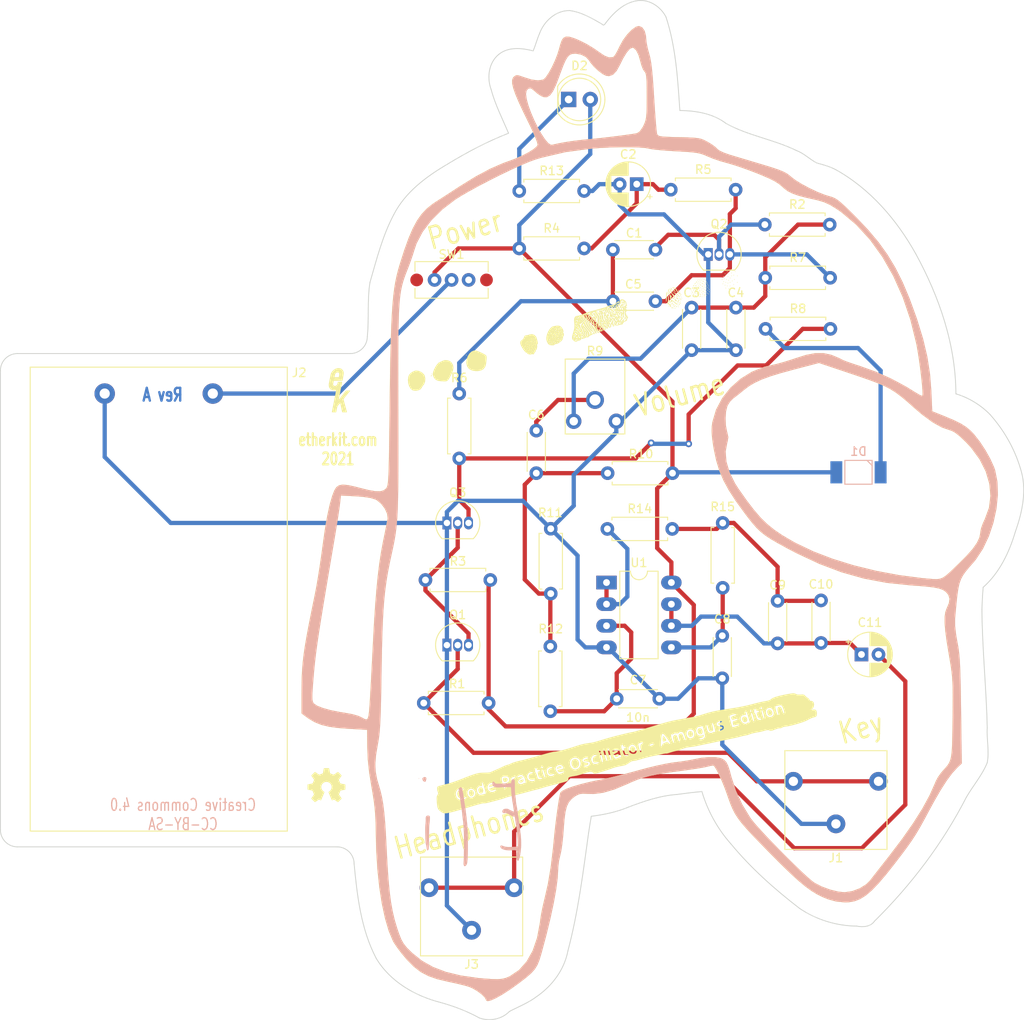
<source format=kicad_pcb>
(kicad_pcb (version 20171130) (host pcbnew 5.1.10-88a1d61d58~90~ubuntu20.04.1)
  (title_block (title "Twin-T Code Practice Oscillator - Amogus Edition") (date 2021-07-21) (rev A) (company Etherkit))
  (layers (0 F.Cu signal) (31 B.Cu signal) (34 B.Paste user) (35 F.Paste user) (36 B.SilkS user) (37 F.SilkS user) (38 B.Mask user) (39 F.Mask user) (44 Edge.Cuts user))
  (net 0 "")
  (net 1 "Net-(C1-Pad2)")
  (net 2 "Net-(C1-Pad1)")
  (net 3 GND)
  (net 4 "Net-(C2-Pad1)")
  (net 5 "Net-(C3-Pad1)")
  (net 6 "Net-(C5-Pad1)")
  (net 7 "Net-(C6-Pad2)")
  (net 8 "Net-(C6-Pad1)")
  (net 9 "Net-(C7-Pad1)")
  (net 10 "Net-(C8-Pad1)")
  (net 11 "Net-(C10-Pad2)")
  (net 12 "Net-(C10-Pad1)")
  (net 13 "Net-(C11-Pad2)")
  (net 14 VCC)
  (net 15 "Net-(D1-Pad1)")
  (net 16 "Net-(D2-Pad1)")
  (net 17 ~Key)
  (net 18 "Net-(J2-Pad1)")
  (net 19 "Net-(Q1-Pad3)")
  (net 20 "Net-(Q3-Pad3)")
  (net 21 "Net-(R14-Pad1)")
  (net 22 "Net-(SW1-Pad3)")
  (module EtherkitKicadLibrary:OSHWLogo4mm (layer F.Cu) (at 106.3 125.55)
    (fp_text reference G*** hide)
    (fp_text value LOGO hide)
  )
  (module EtherkitKicadLibrary:Eli_Amogus_Label (layer F.Cu) (at 141.4 121.8)
    (fp_text reference G*** hide)
    (fp_text value LOGO hide)
  )
  (module EtherkitKicadLibrary:Eli_Amogus_Sus_Morse (layer F.Cu) (at 135.05 72.2)
    (fp_text reference G*** hide)
    (fp_text value LOGO hide)
  )
  (module EtherkitKicadLibrary:EtherkitLogoSmall (layer F.Cu) (at 107.85 79.15)
    (fp_text reference Ref** hide)
    (fp_text value Val** hide)
  )
  (module EtherkitKicadLibrary:Eli_Amogus_Silkscreen (layer B.Cu) (at 138.85 89.2 180)
    (fp_text reference G*** hide)
    (fp_text value LOGO hide)
  )
  (module Package_DIP:DIP-8_W7.62mm_LongPads (layer F.Cu) (at 139.2 101.75)
    (fp_text reference U1 (at 3.81 -2.33) (layer F.SilkS))
    (fp_text value NE5532)
    (pad 8 thru_hole oval (at 7.62 0) (size 2.4 1.6) (drill 0.8) (layers *.Cu *.Mask) (net 14 VCC))
    (pad 4 thru_hole oval (at 0 7.62) (size 2.4 1.6) (drill 0.8) (layers *.Cu *.Mask) (net 3 GND))
    (pad 7 thru_hole oval (at 7.62 2.54) (size 2.4 1.6) (drill 0.8) (layers *.Cu *.Mask) (net 12 "Net-(C10-Pad1)"))
    (pad 3 thru_hole oval (at 0 5.08) (size 2.4 1.6) (drill 0.8) (layers *.Cu *.Mask) (net 9 "Net-(C7-Pad1)"))
    (pad 6 thru_hole oval (at 7.62 5.08) (size 2.4 1.6) (drill 0.8) (layers *.Cu *.Mask) (net 12 "Net-(C10-Pad1)"))
    (pad 2 thru_hole oval (at 0 2.54) (size 2.4 1.6) (drill 0.8) (layers *.Cu *.Mask) (net 21 "Net-(R14-Pad1)"))
    (pad 5 thru_hole oval (at 7.62 7.62) (size 2.4 1.6) (drill 0.8) (layers *.Cu *.Mask) (net 10 "Net-(C8-Pad1)"))
    (pad 1 thru_hole rect (at 0 0) (size 2.4 1.6) (drill 0.8) (layers *.Cu *.Mask) (net 21 "Net-(R14-Pad1)"))
  )
  (module EtherkitKicadLibrary:C&K_OS102011MS2QN1 (layer F.Cu) (at 121 66.2)
    (fp_text reference SW1 (at 0 -3) (layer F.SilkS))
    (fp_text value "Power Switch" hide)
    (pad "" connect circle (at 4.1 0) (size 1.5 1.5) (layers F.Cu F.Mask))
    (pad "" connect circle (at -4.1 0) (size 1.5 1.5) (layers F.Cu F.Mask))
    (pad 3 thru_hole circle (at 2 0) (size 1.6 1.6) (drill 0.8) (layers *.Cu *.Mask) (net 22 "Net-(SW1-Pad3)"))
    (pad 2 thru_hole circle (at 0 0) (size 1.6 1.6) (drill 0.8) (layers *.Cu *.Mask) (net 18 "Net-(J2-Pad1)"))
    (pad 1 thru_hole circle (at -2 0) (size 1.6 1.6) (drill 0.8) (layers *.Cu *.Mask) (net 14 VCC))
  )
  (module Resistor_THT:R_Axial_DIN0207_L6.3mm_D2.5mm_P7.62mm_Horizontal (layer F.Cu) (at 152.85 94.75 270)
    (fp_text reference R15 (at -1.9 0 180) (layer F.SilkS))
    (fp_text value 4.3k)
    (pad 2 thru_hole oval (at 7.62 0 270) (size 1.6 1.6) (drill 0.8) (layers *.Cu *.Mask) (net 10 "Net-(C8-Pad1)"))
    (pad 1 thru_hole circle (at 0 0 270) (size 1.6 1.6) (drill 0.8) (layers *.Cu *.Mask) (net 11 "Net-(C10-Pad2)"))
  )
  (module Resistor_THT:R_Axial_DIN0207_L6.3mm_D2.5mm_P7.62mm_Horizontal (layer F.Cu) (at 139.3 95.45)
    (fp_text reference R14 (at 3.81 -2.37) (layer F.SilkS))
    (fp_text value 2.2k)
    (pad 2 thru_hole oval (at 7.62 0) (size 1.6 1.6) (drill 0.8) (layers *.Cu *.Mask) (net 11 "Net-(C10-Pad2)"))
    (pad 1 thru_hole circle (at 0 0) (size 1.6 1.6) (drill 0.8) (layers *.Cu *.Mask) (net 21 "Net-(R14-Pad1)"))
  )
  (module Resistor_THT:R_Axial_DIN0207_L6.3mm_D2.5mm_P7.62mm_Horizontal (layer F.Cu) (at 128.95 55.75)
    (fp_text reference R13 (at 3.81 -2.37) (layer F.SilkS))
    (fp_text value 4.7k)
    (pad 2 thru_hole oval (at 7.62 0) (size 1.6 1.6) (drill 0.8) (layers *.Cu *.Mask) (net 3 GND))
    (pad 1 thru_hole circle (at 0 0) (size 1.6 1.6) (drill 0.8) (layers *.Cu *.Mask) (net 16 "Net-(D2-Pad1)"))
  )
  (module Resistor_THT:R_Axial_DIN0207_L6.3mm_D2.5mm_P7.62mm_Horizontal (layer F.Cu) (at 132.6 109.25 270)
    (fp_text reference R12 (at -2.05 -0.05 180) (layer F.SilkS))
    (fp_text value 27k)
    (pad 2 thru_hole oval (at 7.62 0 270) (size 1.6 1.6) (drill 0.8) (layers *.Cu *.Mask) (net 9 "Net-(C7-Pad1)"))
    (pad 1 thru_hole circle (at 0 0 270) (size 1.6 1.6) (drill 0.8) (layers *.Cu *.Mask) (net 8 "Net-(C6-Pad1)"))
  )
  (module Resistor_THT:R_Axial_DIN0207_L6.3mm_D2.5mm_P7.62mm_Horizontal (layer F.Cu) (at 132.65 103.05 90)
    (fp_text reference R11 (at 9.5 -0.05 180) (layer F.SilkS))
    (fp_text value 100k)
    (pad 2 thru_hole oval (at 7.62 0 90) (size 1.6 1.6) (drill 0.8) (layers *.Cu *.Mask) (net 3 GND))
    (pad 1 thru_hole circle (at 0 0 90) (size 1.6 1.6) (drill 0.8) (layers *.Cu *.Mask) (net 8 "Net-(C6-Pad1)"))
  )
  (module Resistor_THT:R_Axial_DIN0207_L6.3mm_D2.5mm_P7.62mm_Horizontal (layer F.Cu) (at 146.95 88.9 180)
    (fp_text reference R10 (at 3.7 2.25) (layer F.SilkS))
    (fp_text value 100k)
    (pad 2 thru_hole oval (at 7.62 0 180) (size 1.6 1.6) (drill 0.8) (layers *.Cu *.Mask) (net 8 "Net-(C6-Pad1)"))
    (pad 1 thru_hole circle (at 0 0 180) (size 1.6 1.6) (drill 0.8) (layers *.Cu *.Mask) (net 14 VCC))
  )
  (module EtherkitKicadLibrary:Piher_N6L25T3N-103-3030 (layer F.Cu) (at 137.85 82.8)
    (fp_text reference R9 (at 0 -8.25) (layer F.SilkS))
    (fp_text value 10k hide)
    (pad 2 thru_hole circle (at 0 -2.5) (size 2.1 2.1) (drill 1.3) (layers *.Cu *.Mask) (net 7 "Net-(C6-Pad2)"))
    (pad 3 thru_hole circle (at 2.5 0) (size 1.8 1.8) (drill 1) (layers *.Cu *.Mask) (net 3 GND))
    (pad 1 thru_hole circle (at -2.5 0) (size 1.8 1.8) (drill 1) (layers *.Cu *.Mask) (net 5 "Net-(C3-Pad1)"))
    (pad "" np_thru_hole circle (at 0 0) (size 2 2) (drill 2) (layers *.Cu *.Mask))
  )
  (module Resistor_THT:R_Axial_DIN0207_L6.3mm_D2.5mm_P7.62mm_Horizontal (layer F.Cu) (at 157.88 71.95)
    (fp_text reference R8 (at 3.81 -2.37) (layer F.SilkS))
    (fp_text value 4.7k)
    (pad 2 thru_hole oval (at 7.62 0) (size 1.6 1.6) (drill 0.8) (layers *.Cu *.Mask) (net 20 "Net-(Q3-Pad3)"))
    (pad 1 thru_hole circle (at 0 0) (size 1.6 1.6) (drill 0.8) (layers *.Cu *.Mask) (net 15 "Net-(D1-Pad1)"))
  )
  (module Resistor_THT:R_Axial_DIN0207_L6.3mm_D2.5mm_P7.62mm_Horizontal (layer F.Cu) (at 157.85 65.95)
    (fp_text reference R7 (at 3.81 -2.37) (layer F.SilkS))
    (fp_text value 3.3k)
    (pad 2 thru_hole oval (at 7.62 0) (size 1.6 1.6) (drill 0.8) (layers *.Cu *.Mask) (net 6 "Net-(C5-Pad1)"))
    (pad 1 thru_hole circle (at 0 0) (size 1.6 1.6) (drill 0.8) (layers *.Cu *.Mask) (net 5 "Net-(C3-Pad1)"))
  )
  (module Resistor_THT:R_Axial_DIN0207_L6.3mm_D2.5mm_P7.62mm_Horizontal (layer F.Cu) (at 121.9 79.55 270)
    (fp_text reference R6 (at -1.85 0 180) (layer F.SilkS))
    (fp_text value 3.3k)
    (pad 2 thru_hole oval (at 7.62 0 270) (size 1.6 1.6) (drill 0.8) (layers *.Cu *.Mask) (net 20 "Net-(Q3-Pad3)"))
    (pad 1 thru_hole circle (at 0 0 270) (size 1.6 1.6) (drill 0.8) (layers *.Cu *.Mask) (net 2 "Net-(C1-Pad1)"))
  )
  (module Resistor_THT:R_Axial_DIN0207_L6.3mm_D2.5mm_P7.62mm_Horizontal (layer F.Cu) (at 146.75 55.6)
    (fp_text reference R5 (at 3.81 -2.37) (layer F.SilkS))
    (fp_text value 3.3k)
    (pad 2 thru_hole oval (at 7.62 0) (size 1.6 1.6) (drill 0.8) (layers *.Cu *.Mask) (net 6 "Net-(C5-Pad1)"))
    (pad 1 thru_hole circle (at 0 0) (size 1.6 1.6) (drill 0.8) (layers *.Cu *.Mask) (net 4 "Net-(C2-Pad1)"))
  )
  (module Resistor_THT:R_Axial_DIN0207_L6.3mm_D2.5mm_P7.62mm_Horizontal (layer F.Cu) (at 128.95 62.5)
    (fp_text reference R4 (at 3.81 -2.37) (layer F.SilkS))
    (fp_text value 47)
    (pad 2 thru_hole oval (at 7.62 0) (size 1.6 1.6) (drill 0.8) (layers *.Cu *.Mask) (net 4 "Net-(C2-Pad1)"))
    (pad 1 thru_hole circle (at 0 0) (size 1.6 1.6) (drill 0.8) (layers *.Cu *.Mask) (net 14 VCC))
  )
  (module Resistor_THT:R_Axial_DIN0207_L6.3mm_D2.5mm_P7.62mm_Horizontal (layer F.Cu) (at 125.55 101.45 180)
    (fp_text reference R3 (at 3.81 2.2) (layer F.SilkS))
    (fp_text value 10k)
    (pad 2 thru_hole oval (at 7.62 0 180) (size 1.6 1.6) (drill 0.8) (layers *.Cu *.Mask) (net 19 "Net-(Q1-Pad3)"))
    (pad 1 thru_hole circle (at 0 0 180) (size 1.6 1.6) (drill 0.8) (layers *.Cu *.Mask) (net 14 VCC))
  )
  (module Resistor_THT:R_Axial_DIN0207_L6.3mm_D2.5mm_P7.62mm_Horizontal (layer F.Cu) (at 157.8 59.7)
    (fp_text reference R2 (at 3.81 -2.37) (layer F.SilkS))
    (fp_text value 3.3k)
    (pad 2 thru_hole oval (at 7.62 0) (size 1.6 1.6) (drill 0.8) (layers *.Cu *.Mask) (net 5 "Net-(C3-Pad1)"))
    (pad 1 thru_hole circle (at 0 0) (size 1.6 1.6) (drill 0.8) (layers *.Cu *.Mask) (net 1 "Net-(C1-Pad2)"))
  )
  (module Resistor_THT:R_Axial_DIN0207_L6.3mm_D2.5mm_P7.62mm_Horizontal (layer F.Cu) (at 125.35 115.9 180)
    (fp_text reference R1 (at 3.7 2.25) (layer F.SilkS))
    (fp_text value 10k)
    (pad 2 thru_hole oval (at 7.62 0 180) (size 1.6 1.6) (drill 0.8) (layers *.Cu *.Mask) (net 17 ~Key))
    (pad 1 thru_hole circle (at 0 0 180) (size 1.6 1.6) (drill 0.8) (layers *.Cu *.Mask) (net 14 VCC))
  )
  (module Package_TO_SOT_THT:TO-92_Inline (layer F.Cu) (at 120.45 94.75)
    (fp_text reference Q3 (at 1.27 -3.56) (layer F.SilkS))
    (fp_text value 2N7000)
    (pad 1 thru_hole rect (at 0 0) (size 1.05 1.5) (drill 0.75) (layers *.Cu *.Mask) (net 3 GND))
    (pad 3 thru_hole oval (at 2.54 0) (size 1.05 1.5) (drill 0.75) (layers *.Cu *.Mask) (net 20 "Net-(Q3-Pad3)"))
    (pad 2 thru_hole oval (at 1.27 0) (size 1.05 1.5) (drill 0.75) (layers *.Cu *.Mask) (net 19 "Net-(Q1-Pad3)"))
  )
  (module Package_TO_SOT_THT:TO-92_Inline (layer F.Cu) (at 151.15 63.2)
    (fp_text reference Q2 (at 1.27 -3.56) (layer F.SilkS))
    (fp_text value 2N4401)
    (pad 1 thru_hole rect (at 0 0) (size 1.05 1.5) (drill 0.75) (layers *.Cu *.Mask) (net 3 GND))
    (pad 3 thru_hole oval (at 2.54 0) (size 1.05 1.5) (drill 0.75) (layers *.Cu *.Mask) (net 6 "Net-(C5-Pad1)"))
    (pad 2 thru_hole oval (at 1.27 0) (size 1.05 1.5) (drill 0.75) (layers *.Cu *.Mask) (net 1 "Net-(C1-Pad2)"))
  )
  (module Package_TO_SOT_THT:TO-92_Inline (layer F.Cu) (at 120.45 109.1)
    (fp_text reference Q1 (at 1.27 -3.56) (layer F.SilkS))
    (fp_text value 2N7000)
    (pad 1 thru_hole rect (at 0 0) (size 1.05 1.5) (drill 0.75) (layers *.Cu *.Mask) (net 3 GND))
    (pad 3 thru_hole oval (at 2.54 0) (size 1.05 1.5) (drill 0.75) (layers *.Cu *.Mask) (net 19 "Net-(Q1-Pad3)"))
    (pad 2 thru_hole oval (at 1.27 0) (size 1.05 1.5) (drill 0.75) (layers *.Cu *.Mask) (net 17 ~Key))
  )
  (module EtherkitKicadLibrary:Kycon_STX-3120-3B (layer F.Cu) (at 123.35 145.6)
    (fp_text reference J3 (at 0 1) (layer F.SilkS))
    (fp_text value Headphones hide)
    (pad S thru_hole circle (at 5 -8) (size 2.2 2.2) (drill 1.1) (layers *.Cu *.Mask) (net 13 "Net-(C11-Pad2)"))
    (pad T thru_hole circle (at -5 -8) (size 2.2 2.2) (drill 1.1) (layers *.Cu *.Mask) (net 13 "Net-(C11-Pad2)"))
    (pad G thru_hole circle (at 0 -3) (size 2.2 2.2) (drill 1.1) (layers *.Cu *.Mask) (net 3 GND))
  )
  (module EtherkitKicadLibrary:Eagle_12BH611-GR (layer F.Cu) (at 86.6 103.7)
    (fp_text reference J2 (at 16.5 -26.6) (layer F.SilkS))
    (fp_text value "9V Batt" hide)
    (pad "" np_thru_hole circle (at -11.1 14) (size 2.6 2.6) (drill 2.6) (layers *.Cu *.Mask))
    (pad "" np_thru_hole circle (at -11.1 -14) (size 2.6 2.6) (drill 2.6) (layers *.Cu *.Mask))
    (pad "" np_thru_hole circle (at 11.1 0) (size 2.6 2.6) (drill 2.6) (layers *.Cu *.Mask))
    (pad 1 thru_hole circle (at 6.35 -24.15) (size 2.4 2.4) (drill 1.2) (layers *.Cu *.Mask) (net 18 "Net-(J2-Pad1)"))
    (pad 2 thru_hole circle (at -6.35 -24.15) (size 2.4 2.4) (drill 1.2) (layers *.Cu *.Mask) (net 3 GND))
  )
  (module EtherkitKicadLibrary:Kycon_STX-3120-3B (layer F.Cu) (at 166.15 133.1)
    (fp_text reference J1 (at 0 1) (layer F.SilkS))
    (fp_text value "Key Jack" hide)
    (pad S thru_hole circle (at 5 -8) (size 2.2 2.2) (drill 1.1) (layers *.Cu *.Mask) (net 17 ~Key))
    (pad T thru_hole circle (at -5 -8) (size 2.2 2.2) (drill 1.1) (layers *.Cu *.Mask) (net 17 ~Key))
    (pad G thru_hole circle (at 0 -3) (size 2.2 2.2) (drill 1.1) (layers *.Cu *.Mask) (net 3 GND))
  )
  (module LED_THT:LED_D5.0mm (layer F.Cu) (at 134.75 45)
    (fp_text reference D2 (at 1.27 -3.96) (layer F.SilkS))
    (fp_text value "Red LED")
    (pad 2 thru_hole circle (at 2.54 0) (size 1.8 1.8) (drill 0.9) (layers *.Cu *.Mask) (net 14 VCC))
    (pad 1 thru_hole rect (at 0 0) (size 1.8 1.8) (drill 0.9) (layers *.Cu *.Mask) (net 16 "Net-(D2-Pad1)"))
  )
  (module EtherkitKicadLibrary:Kingbright_AA3528QBS_D09 (layer B.Cu) (at 168.8 88.8 180)
    (fp_text reference D1 (at 0 2.45) (layer B.SilkS) (effects (justify mirror)))
    (fp_text value "Blue LED" hide)
    (pad 2 smd rect (at 2.6 0 180) (size 1.4 2.6) (layers B.Cu B.Paste B.Mask) (net 14 VCC))
    (pad 1 smd rect (at -2.6 0 180) (size 1.4 2.6) (layers B.Cu B.Paste B.Mask) (net 15 "Net-(D1-Pad1)"))
  )
  (module Capacitor_THT:CP_Radial_D5.0mm_P2.00mm (layer F.Cu) (at 169.15 110.2)
    (fp_text reference C11 (at 1 -3.75) (layer F.SilkS))
    (fp_text value 1u)
    (pad 2 thru_hole circle (at 2 0) (size 1.6 1.6) (drill 0.8) (layers *.Cu *.Mask) (net 13 "Net-(C11-Pad2)"))
    (pad 1 thru_hole rect (at 0 0) (size 1.6 1.6) (drill 0.8) (layers *.Cu *.Mask) (net 12 "Net-(C10-Pad1)"))
  )
  (module Capacitor_THT:C_Disc_D4.3mm_W1.9mm_P5.00mm (layer F.Cu) (at 164.4 108.85 90)
    (fp_text reference C10 (at 6.9 0 180) (layer F.SilkS))
    (fp_text value 100n)
    (pad 2 thru_hole circle (at 5 0 90) (size 1.6 1.6) (drill 0.8) (layers *.Cu *.Mask) (net 11 "Net-(C10-Pad2)"))
    (pad 1 thru_hole circle (at 0 0 90) (size 1.6 1.6) (drill 0.8) (layers *.Cu *.Mask) (net 12 "Net-(C10-Pad1)"))
  )
  (module Capacitor_THT:C_Disc_D4.3mm_W1.9mm_P5.00mm (layer F.Cu) (at 159.3 108.9 90)
    (fp_text reference C9 (at 6.85 0 180) (layer F.SilkS))
    (fp_text value 100n)
    (pad 2 thru_hole circle (at 5 0 90) (size 1.6 1.6) (drill 0.8) (layers *.Cu *.Mask) (net 11 "Net-(C10-Pad2)"))
    (pad 1 thru_hole circle (at 0 0 90) (size 1.6 1.6) (drill 0.8) (layers *.Cu *.Mask) (net 12 "Net-(C10-Pad1)"))
  )
  (module Capacitor_THT:C_Disc_D4.3mm_W1.9mm_P5.00mm (layer F.Cu) (at 152.8 108 270)
    (fp_text reference C8 (at -1.95 0 180) (layer F.SilkS))
    (fp_text value 10n)
    (pad 2 thru_hole circle (at 5 0 270) (size 1.6 1.6) (drill 0.8) (layers *.Cu *.Mask) (net 3 GND))
    (pad 1 thru_hole circle (at 0 0 270) (size 1.6 1.6) (drill 0.8) (layers *.Cu *.Mask) (net 10 "Net-(C8-Pad1)"))
  )
  (module Capacitor_THT:C_Disc_D4.3mm_W1.9mm_P5.00mm (layer F.Cu) (at 140.4 115.4)
    (fp_text reference C7 (at 2.5 -2.2) (layer F.SilkS))
    (fp_text value 10n (at 2.5 2.2) (layer F.SilkS))
    (pad 2 thru_hole circle (at 5 0) (size 1.6 1.6) (drill 0.8) (layers *.Cu *.Mask) (net 3 GND))
    (pad 1 thru_hole circle (at 0 0) (size 1.6 1.6) (drill 0.8) (layers *.Cu *.Mask) (net 9 "Net-(C7-Pad1)"))
  )
  (module Capacitor_THT:C_Disc_D4.3mm_W1.9mm_P5.00mm (layer F.Cu) (at 130.95 88.9 90)
    (fp_text reference C6 (at 6.85 0 180) (layer F.SilkS))
    (fp_text value 100n)
    (pad 2 thru_hole circle (at 5 0 90) (size 1.6 1.6) (drill 0.8) (layers *.Cu *.Mask) (net 7 "Net-(C6-Pad2)"))
    (pad 1 thru_hole circle (at 0 0 90) (size 1.6 1.6) (drill 0.8) (layers *.Cu *.Mask) (net 8 "Net-(C6-Pad1)"))
  )
  (module Capacitor_THT:C_Disc_D4.3mm_W1.9mm_P5.00mm (layer F.Cu) (at 144.95 68.7 180)
    (fp_text reference C5 (at 2.6 2) (layer F.SilkS))
    (fp_text value 100n)
    (pad 2 thru_hole circle (at 5 0 180) (size 1.6 1.6) (drill 0.8) (layers *.Cu *.Mask) (net 2 "Net-(C1-Pad1)"))
    (pad 1 thru_hole circle (at 0 0 180) (size 1.6 1.6) (drill 0.8) (layers *.Cu *.Mask) (net 6 "Net-(C5-Pad1)"))
  )
  (module Capacitor_THT:C_Disc_D4.3mm_W1.9mm_P5.00mm (layer F.Cu) (at 154.4 69.45 270)
    (fp_text reference C4 (at -1.75 0 180) (layer F.SilkS))
    (fp_text value 100n)
    (pad 2 thru_hole circle (at 5 0 270) (size 1.6 1.6) (drill 0.8) (layers *.Cu *.Mask) (net 3 GND))
    (pad 1 thru_hole circle (at 0 0 270) (size 1.6 1.6) (drill 0.8) (layers *.Cu *.Mask) (net 5 "Net-(C3-Pad1)"))
  )
  (module Capacitor_THT:C_Disc_D4.3mm_W1.9mm_P5.00mm (layer F.Cu) (at 149.2 69.45 270)
    (fp_text reference C3 (at -1.75 0 180) (layer F.SilkS))
    (fp_text value 100n)
    (pad 2 thru_hole circle (at 5 0 270) (size 1.6 1.6) (drill 0.8) (layers *.Cu *.Mask) (net 3 GND))
    (pad 1 thru_hole circle (at 0 0 270) (size 1.6 1.6) (drill 0.8) (layers *.Cu *.Mask) (net 5 "Net-(C3-Pad1)"))
  )
  (module Capacitor_THT:CP_Radial_D5.0mm_P2.00mm (layer F.Cu) (at 142.75 54.95 180)
    (fp_text reference C2 (at 1 3.5) (layer F.SilkS))
    (fp_text value 1u)
    (pad 2 thru_hole circle (at 2 0 180) (size 1.6 1.6) (drill 0.8) (layers *.Cu *.Mask) (net 3 GND))
    (pad 1 thru_hole rect (at 0 0 180) (size 1.6 1.6) (drill 0.8) (layers *.Cu *.Mask) (net 4 "Net-(C2-Pad1)"))
  )
  (module Capacitor_THT:C_Disc_D4.3mm_W1.9mm_P5.00mm (layer F.Cu) (at 139.95 62.65)
    (fp_text reference C1 (at 2.5 -1.95) (layer F.SilkS))
    (fp_text value 100n)
    (pad 2 thru_hole circle (at 5 0) (size 1.6 1.6) (drill 0.8) (layers *.Cu *.Mask) (net 1 "Net-(C1-Pad2)"))
    (pad 1 thru_hole circle (at 0 0) (size 1.6 1.6) (drill 0.8) (layers *.Cu *.Mask) (net 2 "Net-(C1-Pad1)"))
  )
  (module EtherkitKicadLibrary:Eli_Amogus_Silkscreen (layer F.Cu) (at 147.9 89.2)
    (fp_text reference G*** hide)
    (fp_text value LOGO hide)
  )
  (module EtherkitKicadLibrary:Eli_Amogus_Silkscreen_Visor_Back (layer B.Cu) (at 168.8 88.7 180)
    (fp_text reference G*** hide)
    (fp_text value LOGO hide)
  )
  (module EtherkitKicadLibrary:Eli_Amogus_Silkscreen_Visor (layer F.Cu) (at 168.7 88.6)
    (fp_text reference G*** hide)
    (fp_text value LOGO hide)
  )
  (module EtherkitKicadLibrary:Eli_Signature (layer B.Cu) (at 122.8 129.65 180)
    (fp_text reference G*** hide)
    (fp_text value LOGO hide)
  )
  (gr_text "Rev A" (at 87.05 79.7) (layer B.Cu) (effects (font (size 1.5 1.1) (thickness 0.275)) (justify mirror)))
  (gr_text "Creative Commons 4.0\nCC-BY-SA" (at 89.45 129) (layer B.SilkS) (effects (font (size 1.4 1)) (justify mirror)))
  (gr_text "etherkit.com\n2021" (at 107.65 86.1) (layer F.SilkS) (effects (font (size 1.4 1) (thickness 0.25))))
  (gr_text Volume (at 147.85 79.7 15) (layer F.SilkS) (effects (font (size 2.5 2) (thickness 0.3))))
  (gr_text Power (at 122.55 60.3 15) (layer F.SilkS) (effects (font (size 2.5 2) (thickness 0.3))))
  (gr_text Headphones (at 123.05 130.75 15) (layer F.SilkS) (effects (font (size 2.5 2) (thickness 0.3))))
  (gr_text Key (at 169.1 118.85 15) (layer F.SilkS) (effects (font (size 2.5 2) (thickness 0.3))))
  (gr_line (start 68 130.8) (end 68 76.85) (layer Edge.Cuts) (width 0.1))
  (gr_arc (start 70 130.8) (end 68 130.8) (angle -90) (layer Edge.Cuts) (width 0.1))
  (gr_arc (start 70 76.85) (end 70 74.85) (angle -90) (layer Edge.Cuts) (width 0.1))
  (gr_line (start 109.1 74.85) (end 70 74.85) (layer Edge.Cuts) (width 0.1))
  (gr_line (start 107.55 132.8) (end 70 132.8) (layer Edge.Cuts) (width 0.1))
  (gr_arc (start 109.1 72.85) (end 109.1 74.85) (angle -90) (layer Edge.Cuts) (width 0.1))
  (gr_arc (start 107.55 134.8) (end 109.55 134.8) (angle -90) (layer Edge.Cuts) (width 0.1))
  (gr_curve (pts (xy 139.14547 35.96445) (xy 139.0029 36.15881) (xy 138.87767 36.41647) (xy 138.64377 36.12868)) (layer Edge.Cuts) (width 0.1))
  (gr_curve (pts (xy 138.64377 36.12868) (xy 137.46797 35.45666) (xy 136.2482 34.73636) (xy 134.88428 34.55782)) (layer Edge.Cuts) (width 0.1))
  (gr_curve (pts (xy 134.88428 34.55782) (xy 133.24792 34.51802) (xy 131.85483 35.80147) (xy 131.32184 37.27768)) (layer Edge.Cuts) (width 0.1))
  (gr_curve (pts (xy 187.23086 95.77034) (xy 188.07097 93.41023) (xy 188.62808 90.77197) (xy 187.81683 88.32282)) (layer Edge.Cuts) (width 0.1))
  (gr_curve (pts (xy 125.65075 43.83932) (xy 126.12333 45.6241) (xy 126.97692 47.27171) (xy 127.69007 48.96568)) (layer Edge.Cuts) (width 0.1))
  (gr_curve (pts (xy 130.99092 150.39124) (xy 132.81359 149.13474) (xy 134.24651 147.23183) (xy 134.66225 145.02965)) (layer Edge.Cuts) (width 0.1))
  (gr_curve (pts (xy 180.24321 79.58237) (xy 180.23111 73.78638) (xy 178.27727 68.15589) (xy 175.52175 63.11893)) (layer Edge.Cuts) (width 0.1))
  (gr_curve (pts (xy 126.55186 39.69645) (xy 125.34618 40.66824) (xy 125.12937 42.45002) (xy 125.65075 43.83932)) (layer Edge.Cuts) (width 0.1))
  (gr_curve (pts (xy 112.13417 145.87751) (xy 113.75475 148.61594) (xy 116.69196 150.31544) (xy 119.71255 151.08329)) (layer Edge.Cuts) (width 0.1))
  (gr_curve (pts (xy 153.83228 132.47273) (xy 156.18543 135.31743) (xy 158.96239 137.78734) (xy 161.88328 140.0322)) (layer Edge.Cuts) (width 0.1))
  (gr_curve (pts (xy 109.55 134.8) (xy 109.90931 138.58905) (xy 110.36182 142.47607) (xy 112.13417 145.87751)) (layer Edge.Cuts) (width 0.1))
  (gr_curve (pts (xy 137.09439 131.16212) (xy 137.19229 130.51593) (xy 137.29635 129.85799) (xy 137.41039 129.20936)) (layer Edge.Cuts) (width 0.1))
  (gr_curve (pts (xy 183.44945 102.30759) (xy 185.37572 100.601691) (xy 186.51175 98.199991) (xy 187.23086 95.77034)) (layer Edge.Cuts) (width 0.1))
  (gr_curve (pts (xy 184.24295 81.99471) (xy 183.13642 80.87708) (xy 181.75151 80.03242) (xy 180.24321 79.58237)) (layer Edge.Cuts) (width 0.1))
  (gr_curve (pts (xy 127.69007 48.96568) (xy 125.17162 49.9472) (xy 122.77985 51.21906) (xy 120.47425 52.62344)) (layer Edge.Cuts) (width 0.1))
  (gr_curve (pts (xy 124.24672 152.89177) (xy 125.44748 153.33624) (xy 126.90021 153.06221) (xy 127.79604 152.133)) (layer Edge.Cuts) (width 0.1))
  (gr_curve (pts (xy 183.92862 118.82733) (xy 183.82014 114.17883) (xy 183.33725 109.54214) (xy 183.3 104.9)) (layer Edge.Cuts) (width 0.1))
  (gr_curve (pts (xy 127.79604 152.133) (xy 128.87222 151.57287) (xy 130.01544 151.12843) (xy 130.99092 150.39124)) (layer Edge.Cuts) (width 0.1))
  (gr_curve (pts (xy 150.40368 126.30204) (xy 151.08185 128.57751) (xy 152.25155 130.69944) (xy 153.83228 132.47273)) (layer Edge.Cuts) (width 0.1))
  (gr_curve (pts (xy 175.52175 63.11893) (xy 173.28676 59.11835) (xy 170.16517 55.49176) (xy 166.12441 53.24416)) (layer Edge.Cuts) (width 0.1))
  (gr_curve (pts (xy 119.71255 151.08329) (xy 121.29018 151.52157) (xy 122.81897 152.10281) (xy 124.24672 152.89177)) (layer Edge.Cuts) (width 0.1))
  (gr_curve (pts (xy 170.68537 141.52508) (xy 174.99353 137.27236) (xy 178.70629 132.37455) (xy 181.46311 126.9875)) (layer Edge.Cuts) (width 0.1))
  (gr_curve (pts (xy 147.47585 126.64386) (xy 148.45205 126.51051) (xy 149.42554 126.3916) (xy 150.40368 126.30204)) (layer Edge.Cuts) (width 0.1))
  (gr_curve (pts (xy 183.92362 122.91744) (xy 184.18882 121.56378) (xy 183.84242 120.19049) (xy 183.92862 118.82733)) (layer Edge.Cuts) (width 0.1))
  (gr_curve (pts (xy 134.66225 145.02965) (xy 135.8693 140.48471) (xy 136.45003 135.81045) (xy 137.09439 131.16212)) (layer Edge.Cuts) (width 0.1))
  (gr_curve (pts (xy 131.32184 37.27768) (xy 131.03607 37.93398) (xy 130.86768 38.63434) (xy 130.58031 39.28995)) (layer Edge.Cuts) (width 0.1))
  (gr_curve (pts (xy 166.12441 53.24416) (xy 165.42957 52.8721) (xy 164.66201 52.6716) (xy 163.90995 52.4644)) (layer Edge.Cuts) (width 0.1))
  (gr_curve (pts (xy 181.46311 126.9875) (xy 182.2535 125.6155) (xy 183.32821 124.39297) (xy 183.92362 122.91744)) (layer Edge.Cuts) (width 0.1))
  (gr_curve (pts (xy 141.83566 128.10602) (xy 143.6498 127.41972) (xy 145.51777 126.78597) (xy 147.47585 126.64386)) (layer Edge.Cuts) (width 0.1))
  (gr_curve (pts (xy 153.25777 47.82665) (xy 151.71557 46.64671) (xy 149.7113 46.31966) (xy 147.816 46.29709)) (layer Edge.Cuts) (width 0.1))
  (gr_curve (pts (xy 111.40996 66.49981) (xy 111.07515 68.59068) (xy 111.31946 70.71541) (xy 111.1 72.85)) (layer Edge.Cuts) (width 0.1))
  (gr_curve (pts (xy 161.53017 51.00869) (xy 158.86869 49.70035) (xy 155.85286 49.26548) (xy 153.25777 47.82665)) (layer Edge.Cuts) (width 0.1))
  (gr_curve (pts (xy 143.1694 33.3656) (xy 141.47223 33.434428) (xy 140.12537 34.68739) (xy 139.14547 35.96445)) (layer Edge.Cuts) (width 0.1))
  (gr_curve (pts (xy 130.58031 39.28995) (xy 129.26285 38.95284) (xy 127.68562 38.78372) (xy 126.55186 39.69645)) (layer Edge.Cuts) (width 0.1))
  (gr_curve (pts (xy 146.18642 35.30945) (xy 145.61693 34.19833) (xy 144.44562 33.34804) (xy 143.1694 33.3656)) (layer Edge.Cuts) (width 0.1))
  (gr_curve (pts (xy 163.90995 52.4644) (xy 163.07738 52.04347) (xy 162.41548 51.33846) (xy 161.53017 51.00869)) (layer Edge.Cuts) (width 0.1))
  (gr_curve (pts (xy 114.20753 58.52833) (xy 112.87929 61.02828) (xy 112.19015 63.79844) (xy 111.40996 66.49981)) (layer Edge.Cuts) (width 0.1))
  (gr_curve (pts (xy 120.47425 52.62344) (xy 117.99153 54.0854) (xy 115.54656 55.90361) (xy 114.20753 58.52833)) (layer Edge.Cuts) (width 0.1))
  (gr_curve (pts (xy 168.59412 142.10981) (xy 169.32522 142.25965) (xy 170.22524 142.19551) (xy 170.68537 141.52508)) (layer Edge.Cuts) (width 0.1))
  (gr_curve (pts (xy 137.41039 129.20936) (xy 138.92301 129.01696) (xy 140.42729 128.70451) (xy 141.83566 128.10602)) (layer Edge.Cuts) (width 0.1))
  (gr_curve (pts (xy 147.816 46.29709) (xy 147.56498 42.60626) (xy 147.35284 38.84598) (xy 146.18642 35.30945)) (layer Edge.Cuts) (width 0.1))
  (gr_curve (pts (xy 161.88328 140.0322) (xy 163.8528 141.36768) (xy 166.21896 142.08706) (xy 168.59412 142.10981)) (layer Edge.Cuts) (width 0.1))
  (gr_curve (pts (xy 187.81683 88.32282) (xy 187.11858 85.98335) (xy 185.86294 83.81475) (xy 184.24295 81.99471)) (layer Edge.Cuts) (width 0.1))
  (gr_curve (pts (xy 183.3 104.9) (xy 183.3342 104.03463) (xy 183.3692 103.16558) (xy 183.44945 102.30759)) (layer Edge.Cuts) (width 0.1))
  (segment (start 157.8 59.7) (end 153.85 59.7) (width 0.5) (layer B.Cu) (net 1))
  (segment (start 152.42 61.13) (end 152.42 63.2) (width 0.5) (layer B.Cu) (net 1))
  (segment (start 153.85 59.7) (end 152.42 61.13) (width 0.5) (layer B.Cu) (net 1))
  (segment (start 144.95 62.65) (end 144.95 62.4) (width 0.5) (layer F.Cu) (net 1))
  (segment (start 144.95 62.4) (end 146.45 60.9) (width 0.5) (layer F.Cu) (net 1))
  (segment (start 146.45 60.9) (end 151.85 60.9) (width 0.5) (layer F.Cu) (net 1))
  (segment (start 152.42 61.47) (end 152.42 63.2) (width 0.5) (layer F.Cu) (net 1))
  (segment (start 151.85 60.9) (end 152.42 61.47) (width 0.5) (layer F.Cu) (net 1))
  (segment (start 139.95 62.65) (end 139.95 68.7) (width 0.5) (layer F.Cu) (net 2))
  (segment (start 121.9 79.55) (end 121.9 75.95) (width 0.5) (layer B.Cu) (net 2))
  (segment (start 129.15 68.7) (end 139.95 68.7) (width 0.5) (layer B.Cu) (net 2))
  (segment (start 121.9 75.95) (end 129.15 68.7) (width 0.5) (layer B.Cu) (net 2))
  (segment (start 80.25 79.55) (end 80.25 87) (width 0.5) (layer B.Cu) (net 3))
  (segment (start 88 94.75) (end 120.45 94.75) (width 0.5) (layer B.Cu) (net 3))
  (segment (start 80.25 87) (end 88 94.75) (width 0.5) (layer B.Cu) (net 3))
  (segment (start 120.45 94.75) (end 120.45 109.1) (width 0.5) (layer B.Cu) (net 3))
  (segment (start 120.45 139.7) (end 123.35 142.6) (width 0.5) (layer B.Cu) (net 3))
  (segment (start 120.45 109.1) (end 120.45 139.7) (width 0.5) (layer B.Cu) (net 3))
  (segment (start 139.2 109.37) (end 136.72 109.37) (width 0.5) (layer B.Cu) (net 3))
  (segment (start 136.72 109.37) (end 135.8 108.45) (width 0.5) (layer B.Cu) (net 3))
  (segment (start 135.8 98.58) (end 132.65 95.43) (width 0.5) (layer B.Cu) (net 3))
  (segment (start 135.8 108.45) (end 135.8 98.58) (width 0.5) (layer B.Cu) (net 3))
  (segment (start 120.45 94.75) (end 120.45 93.45) (width 0.5) (layer B.Cu) (net 3))
  (segment (start 120.45 93.45) (end 121.75 92.15) (width 0.5) (layer B.Cu) (net 3))
  (segment (start 129.37 92.15) (end 132.65 95.43) (width 0.5) (layer B.Cu) (net 3))
  (segment (start 121.75 92.15) (end 129.37 92.15) (width 0.5) (layer B.Cu) (net 3))
  (segment (start 139.37 109.37) (end 145.4 115.4) (width 0.5) (layer B.Cu) (net 3))
  (segment (start 139.2 109.37) (end 139.37 109.37) (width 0.5) (layer B.Cu) (net 3))
  (segment (start 145.4 115.4) (end 147.6 115.4) (width 0.5) (layer B.Cu) (net 3))
  (segment (start 150 113) (end 152.8 113) (width 0.5) (layer B.Cu) (net 3))
  (segment (start 147.6 115.4) (end 150 113) (width 0.5) (layer B.Cu) (net 3))
  (segment (start 152.8 113) (end 152.8 120.8) (width 0.5) (layer B.Cu) (net 3))
  (segment (start 162.1 130.1) (end 166.15 130.1) (width 0.5) (layer B.Cu) (net 3))
  (segment (start 152.8 120.8) (end 162.1 130.1) (width 0.5) (layer B.Cu) (net 3))
  (segment (start 140.35 82.8) (end 140.35 84.1) (width 0.5) (layer B.Cu) (net 3))
  (segment (start 140.35 84.1) (end 135.35 89.1) (width 0.5) (layer B.Cu) (net 3))
  (segment (start 135.35 92.73) (end 132.65 95.43) (width 0.5) (layer B.Cu) (net 3))
  (segment (start 135.35 89.1) (end 135.35 92.73) (width 0.5) (layer B.Cu) (net 3))
  (segment (start 140.85 82.8) (end 149.2 74.45) (width 0.5) (layer B.Cu) (net 3))
  (segment (start 140.35 82.8) (end 140.85 82.8) (width 0.5) (layer B.Cu) (net 3))
  (segment (start 154.4 74.45) (end 149.2 74.45) (width 0.5) (layer B.Cu) (net 3))
  (segment (start 151.15 71.2) (end 154.4 74.45) (width 0.5) (layer B.Cu) (net 3))
  (segment (start 151.15 63.2) (end 151.15 71.2) (width 0.5) (layer B.Cu) (net 3))
  (segment (start 151.15 63.2) (end 150.65 63.2) (width 0.5) (layer B.Cu) (net 3))
  (segment (start 150.65 63.2) (end 145.95 58.5) (width 0.5) (layer B.Cu) (net 3))
  (segment (start 145.95 58.5) (end 141.85 58.5) (width 0.5) (layer B.Cu) (net 3))
  (segment (start 140.75 57.4) (end 140.75 54.95) (width 0.5) (layer B.Cu) (net 3))
  (segment (start 141.85 58.5) (end 140.75 57.4) (width 0.5) (layer B.Cu) (net 3))
  (segment (start 136.57 55.75) (end 137.55 55.75) (width 0.5) (layer B.Cu) (net 3))
  (segment (start 138.35 54.95) (end 140.75 54.95) (width 0.5) (layer B.Cu) (net 3))
  (segment (start 137.55 55.75) (end 138.35 54.95) (width 0.5) (layer B.Cu) (net 3))
  (segment (start 146.75 55.6) (end 145.3 55.6) (width 0.5) (layer F.Cu) (net 4))
  (segment (start 144.65 54.95) (end 142.75 54.95) (width 0.5) (layer F.Cu) (net 4))
  (segment (start 145.3 55.6) (end 144.65 54.95) (width 0.5) (layer F.Cu) (net 4))
  (segment (start 136.57 62.5) (end 137.45 62.5) (width 0.5) (layer F.Cu) (net 4))
  (segment (start 142.75 57.2) (end 142.75 54.95) (width 0.5) (layer F.Cu) (net 4))
  (segment (start 137.45 62.5) (end 142.75 57.2) (width 0.5) (layer F.Cu) (net 4))
  (segment (start 154.4 69.45) (end 149.2 69.45) (width 0.5) (layer F.Cu) (net 5))
  (segment (start 154.4 69.45) (end 156.5 69.45) (width 0.5) (layer F.Cu) (net 5))
  (segment (start 157.85 68.1) (end 157.85 65.95) (width 0.5) (layer F.Cu) (net 5))
  (segment (start 156.5 69.45) (end 157.85 68.1) (width 0.5) (layer F.Cu) (net 5))
  (segment (start 157.85 65.95) (end 157.85 63.55) (width 0.5) (layer F.Cu) (net 5))
  (segment (start 161.7 59.7) (end 165.42 59.7) (width 0.5) (layer F.Cu) (net 5))
  (segment (start 157.85 63.55) (end 161.7 59.7) (width 0.5) (layer F.Cu) (net 5))
  (segment (start 135.35 82.8) (end 135.35 77.2) (width 0.5) (layer B.Cu) (net 5))
  (segment (start 135.35 77.2) (end 137.1 75.45) (width 0.5) (layer B.Cu) (net 5))
  (segment (start 143.2 75.45) (end 149.2 69.45) (width 0.5) (layer B.Cu) (net 5))
  (segment (start 137.1 75.45) (end 143.2 75.45) (width 0.5) (layer B.Cu) (net 5))
  (segment (start 153.69 63.2) (end 153.69 58.46) (width 0.5) (layer F.Cu) (net 6))
  (segment (start 154.37 57.78) (end 154.37 55.6) (width 0.5) (layer F.Cu) (net 6))
  (segment (start 153.69 58.46) (end 154.37 57.78) (width 0.5) (layer F.Cu) (net 6))
  (segment (start 162.72 63.2) (end 165.47 65.95) (width 0.5) (layer B.Cu) (net 6))
  (segment (start 153.69 63.2) (end 162.72 63.2) (width 0.5) (layer B.Cu) (net 6))
  (segment (start 144.95 68.7) (end 146.15 68.7) (width 0.5) (layer F.Cu) (net 6))
  (segment (start 146.15 68.7) (end 149.2 65.65) (width 0.5) (layer F.Cu) (net 6))
  (segment (start 149.2 65.65) (end 152.85 65.65) (width 0.5) (layer F.Cu) (net 6))
  (segment (start 153.69 64.81) (end 153.69 63.2) (width 0.5) (layer F.Cu) (net 6))
  (segment (start 152.85 65.65) (end 153.69 64.81) (width 0.5) (layer F.Cu) (net 6))
  (segment (start 130.95 83.9) (end 130.95 82.85) (width 0.5) (layer F.Cu) (net 7))
  (segment (start 133.5 80.3) (end 137.85 80.3) (width 0.5) (layer F.Cu) (net 7))
  (segment (start 130.95 82.85) (end 133.5 80.3) (width 0.5) (layer F.Cu) (net 7))
  (segment (start 132.6 103.1) (end 132.65 103.05) (width 0.5) (layer F.Cu) (net 8))
  (segment (start 132.6 109.25) (end 132.6 103.1) (width 0.5) (layer F.Cu) (net 8))
  (segment (start 132.65 103.05) (end 131.25 103.05) (width 0.5) (layer F.Cu) (net 8))
  (segment (start 131.25 103.05) (end 129.6 101.4) (width 0.5) (layer F.Cu) (net 8))
  (segment (start 129.6 90.25) (end 130.95 88.9) (width 0.5) (layer F.Cu) (net 8))
  (segment (start 129.6 101.4) (end 129.6 90.25) (width 0.5) (layer F.Cu) (net 8))
  (segment (start 130.95 88.9) (end 139.33 88.9) (width 0.5) (layer F.Cu) (net 8))
  (segment (start 140.4 115.4) (end 140.4 112.4) (width 0.5) (layer F.Cu) (net 9))
  (segment (start 140.4 112.4) (end 142.1 110.7) (width 0.5) (layer F.Cu) (net 9))
  (segment (start 142.1 110.7) (end 142.1 107.6) (width 0.5) (layer F.Cu) (net 9))
  (segment (start 141.33 106.83) (end 139.2 106.83) (width 0.5) (layer F.Cu) (net 9))
  (segment (start 142.1 107.6) (end 141.33 106.83) (width 0.5) (layer F.Cu) (net 9))
  (segment (start 138.93 116.87) (end 140.4 115.4) (width 0.5) (layer F.Cu) (net 9))
  (segment (start 132.6 116.87) (end 138.93 116.87) (width 0.5) (layer F.Cu) (net 9))
  (segment (start 152.85 107.95) (end 152.8 108) (width 0.5) (layer F.Cu) (net 10))
  (segment (start 152.85 102.37) (end 152.85 107.95) (width 0.5) (layer F.Cu) (net 10))
  (segment (start 151.43 109.37) (end 152.8 108) (width 0.5) (layer B.Cu) (net 10))
  (segment (start 146.82 109.37) (end 151.43 109.37) (width 0.5) (layer B.Cu) (net 10))
  (segment (start 152.15 95.45) (end 152.85 94.75) (width 0.5) (layer F.Cu) (net 11))
  (segment (start 146.92 95.45) (end 152.15 95.45) (width 0.5) (layer F.Cu) (net 11))
  (segment (start 152.85 94.75) (end 154.15 94.75) (width 0.5) (layer F.Cu) (net 11))
  (segment (start 159.3 99.9) (end 159.3 103.9) (width 0.5) (layer F.Cu) (net 11))
  (segment (start 154.15 94.75) (end 159.3 99.9) (width 0.5) (layer F.Cu) (net 11))
  (segment (start 164.35 103.9) (end 164.4 103.85) (width 0.5) (layer F.Cu) (net 11))
  (segment (start 159.3 103.9) (end 164.35 103.9) (width 0.5) (layer F.Cu) (net 11))
  (segment (start 146.82 104.29) (end 146.82 106.83) (width 0.5) (layer F.Cu) (net 12))
  (segment (start 164.35 108.9) (end 164.4 108.85) (width 0.5) (layer F.Cu) (net 12))
  (segment (start 159.3 108.9) (end 164.35 108.9) (width 0.5) (layer F.Cu) (net 12))
  (segment (start 167.8 108.85) (end 169.15 110.2) (width 0.5) (layer F.Cu) (net 12))
  (segment (start 164.4 108.85) (end 167.8 108.85) (width 0.5) (layer F.Cu) (net 12))
  (segment (start 159.3 108.9) (end 157.7 108.9) (width 0.5) (layer B.Cu) (net 12))
  (segment (start 157.7 108.9) (end 154.55 105.75) (width 0.5) (layer B.Cu) (net 12))
  (segment (start 154.55 105.75) (end 150.3 105.75) (width 0.5) (layer B.Cu) (net 12))
  (segment (start 149.22 106.83) (end 146.82 106.83) (width 0.5) (layer B.Cu) (net 12))
  (segment (start 150.3 105.75) (end 149.22 106.83) (width 0.5) (layer B.Cu) (net 12))
  (segment (start 118.35 137.6) (end 128.35 137.6) (width 0.5) (layer F.Cu) (net 13))
  (segment (start 128.35 137.6) (end 128.35 131) (width 0.5) (layer F.Cu) (net 13))
  (segment (start 128.35 131) (end 134.85 124.5) (width 0.5) (layer F.Cu) (net 13))
  (segment (start 134.85 124.5) (end 152.8 124.5) (width 0.5) (layer F.Cu) (net 13))
  (segment (start 152.8 124.5) (end 161.25 132.95) (width 0.5) (layer F.Cu) (net 13))
  (segment (start 161.25 132.95) (end 169.2 132.95) (width 0.5) (layer F.Cu) (net 13))
  (segment (start 169.2 132.95) (end 174.3 127.85) (width 0.5) (layer F.Cu) (net 13))
  (segment (start 174.3 113.35) (end 171.15 110.2) (width 0.5) (layer F.Cu) (net 13))
  (segment (start 174.3 127.85) (end 174.3 113.35) (width 0.5) (layer F.Cu) (net 13))
  (segment (start 147.05 88.8) (end 146.95 88.9) (width 0.5) (layer B.Cu) (net 14))
  (segment (start 166.2 88.8) (end 147.05 88.8) (width 0.5) (layer B.Cu) (net 14))
  (segment (start 128.95 62.5) (end 128.95 59.75) (width 0.5) (layer B.Cu) (net 14))
  (segment (start 137.29 51.41) (end 137.29 45) (width 0.5) (layer B.Cu) (net 14))
  (segment (start 128.95 59.75) (end 137.29 51.41) (width 0.5) (layer B.Cu) (net 14))
  (segment (start 119 66.2) (end 119 65.3) (width 0.5) (layer F.Cu) (net 14))
  (segment (start 121.8 62.5) (end 128.95 62.5) (width 0.5) (layer F.Cu) (net 14))
  (segment (start 119 65.3) (end 121.8 62.5) (width 0.5) (layer F.Cu) (net 14))
  (segment (start 125.35 101.65) (end 125.55 101.45) (width 0.5) (layer F.Cu) (net 14))
  (segment (start 125.35 115.9) (end 125.35 101.65) (width 0.5) (layer F.Cu) (net 14))
  (segment (start 146.82 101.75) (end 146.82 99.37) (width 0.5) (layer F.Cu) (net 14))
  (segment (start 146.82 99.37) (end 145.15 97.7) (width 0.5) (layer F.Cu) (net 14))
  (segment (start 145.15 90.7) (end 146.95 88.9) (width 0.5) (layer F.Cu) (net 14))
  (segment (start 145.15 97.7) (end 145.15 90.7) (width 0.5) (layer F.Cu) (net 14))
  (segment (start 146.95 80.5) (end 128.95 62.5) (width 0.5) (layer F.Cu) (net 14))
  (segment (start 146.95 88.9) (end 146.95 80.5) (width 0.5) (layer F.Cu) (net 14))
  (segment (start 125.35 115.9) (end 125.35 116.65) (width 0.5) (layer F.Cu) (net 14))
  (segment (start 125.35 116.65) (end 127.35 118.65) (width 0.5) (layer F.Cu) (net 14))
  (segment (start 127.35 118.65) (end 147.95 118.65) (width 0.5) (layer F.Cu) (net 14))
  (segment (start 147.95 118.65) (end 149.45 117.15) (width 0.5) (layer F.Cu) (net 14))
  (segment (start 149.45 104.38) (end 146.82 101.75) (width 0.5) (layer F.Cu) (net 14))
  (segment (start 149.45 117.15) (end 149.45 104.38) (width 0.5) (layer F.Cu) (net 14))
  (segment (start 171.4 88.8) (end 171.4 76.85) (width 0.5) (layer B.Cu) (net 15))
  (segment (start 171.4 76.85) (end 168.75 74.2) (width 0.5) (layer B.Cu) (net 15))
  (segment (start 160.13 74.2) (end 157.88 71.95) (width 0.5) (layer B.Cu) (net 15))
  (segment (start 168.75 74.2) (end 160.13 74.2) (width 0.5) (layer B.Cu) (net 15))
  (segment (start 128.95 50.8) (end 134.75 45) (width 0.5) (layer B.Cu) (net 16))
  (segment (start 128.95 55.75) (end 128.95 50.8) (width 0.5) (layer B.Cu) (net 16))
  (segment (start 121.72 111.91) (end 117.73 115.9) (width 0.5) (layer F.Cu) (net 17))
  (segment (start 121.72 109.1) (end 121.72 111.91) (width 0.5) (layer F.Cu) (net 17))
  (segment (start 171.15 125.1) (end 161.15 125.1) (width 0.5) (layer F.Cu) (net 17))
  (segment (start 161.15 125.1) (end 156.85 125.1) (width 0.5) (layer F.Cu) (net 17))
  (segment (start 156.85 125.1) (end 153.5 121.75) (width 0.5) (layer F.Cu) (net 17))
  (segment (start 123.58 121.75) (end 117.73 115.9) (width 0.5) (layer F.Cu) (net 17))
  (segment (start 153.5 121.75) (end 123.58 121.75) (width 0.5) (layer F.Cu) (net 17))
  (segment (start 107.65 79.55) (end 121 66.2) (width 0.5) (layer B.Cu) (net 18))
  (segment (start 92.95 79.55) (end 107.65 79.55) (width 0.5) (layer B.Cu) (net 18))
  (segment (start 121.72 97.66) (end 117.93 101.45) (width 0.5) (layer F.Cu) (net 19))
  (segment (start 121.72 94.75) (end 121.72 97.66) (width 0.5) (layer F.Cu) (net 19))
  (segment (start 117.93 101.45) (end 117.93 102.68) (width 0.5) (layer F.Cu) (net 19))
  (segment (start 122.99 107.74) (end 122.99 109.1) (width 0.5) (layer F.Cu) (net 19))
  (segment (start 117.93 102.68) (end 122.99 107.74) (width 0.5) (layer F.Cu) (net 19))
  (segment (start 121.9 87.17) (end 121.9 92.05) (width 0.5) (layer F.Cu) (net 20))
  (segment (start 122.99 93.14) (end 122.99 94.75) (width 0.5) (layer F.Cu) (net 20))
  (segment (start 121.9 92.05) (end 122.99 93.14) (width 0.5) (layer F.Cu) (net 20))
  (segment (start 165.5 71.95) (end 162.25 71.95) (width 0.5) (layer F.Cu) (net 20))
  (segment (start 162.25 71.95) (end 157.95 76.25) (width 0.5) (layer F.Cu) (net 20))
  (segment (start 157.95 76.25) (end 154.6 76.25) (width 0.5) (layer F.Cu) (net 20))
  (via (at 148.85 85.45) (size 0.8) (drill 0.4) (layers F.Cu B.Cu) (net 20))
  (segment (start 148.85 82) (end 148.85 85.45) (width 0.5) (layer F.Cu) (net 20))
  (segment (start 154.6 76.25) (end 148.85 82) (width 0.5) (layer F.Cu) (net 20))
  (via (at 144.45 85.35) (size 0.8) (drill 0.4) (layers F.Cu B.Cu) (net 20))
  (segment (start 144.55 85.45) (end 144.45 85.35) (width 0.5) (layer B.Cu) (net 20))
  (segment (start 148.85 85.45) (end 144.55 85.45) (width 0.5) (layer B.Cu) (net 20))
  (segment (start 142.63 87.17) (end 121.9 87.17) (width 0.5) (layer F.Cu) (net 20))
  (segment (start 144.45 85.35) (end 142.63 87.17) (width 0.5) (layer F.Cu) (net 20))
  (segment (start 139.2 104.29) (end 140.76 104.29) (width 0.5) (layer B.Cu) (net 21))
  (segment (start 140.76 104.29) (end 141.65 103.4) (width 0.5) (layer B.Cu) (net 21))
  (segment (start 141.65 97.8) (end 139.3 95.45) (width 0.5) (layer B.Cu) (net 21))
  (segment (start 141.65 103.4) (end 141.65 97.8) (width 0.5) (layer B.Cu) (net 21))
  (segment (start 139.2 101.75) (end 139.2 104.29) (width 0.5) (layer F.Cu) (net 21))
)
</source>
